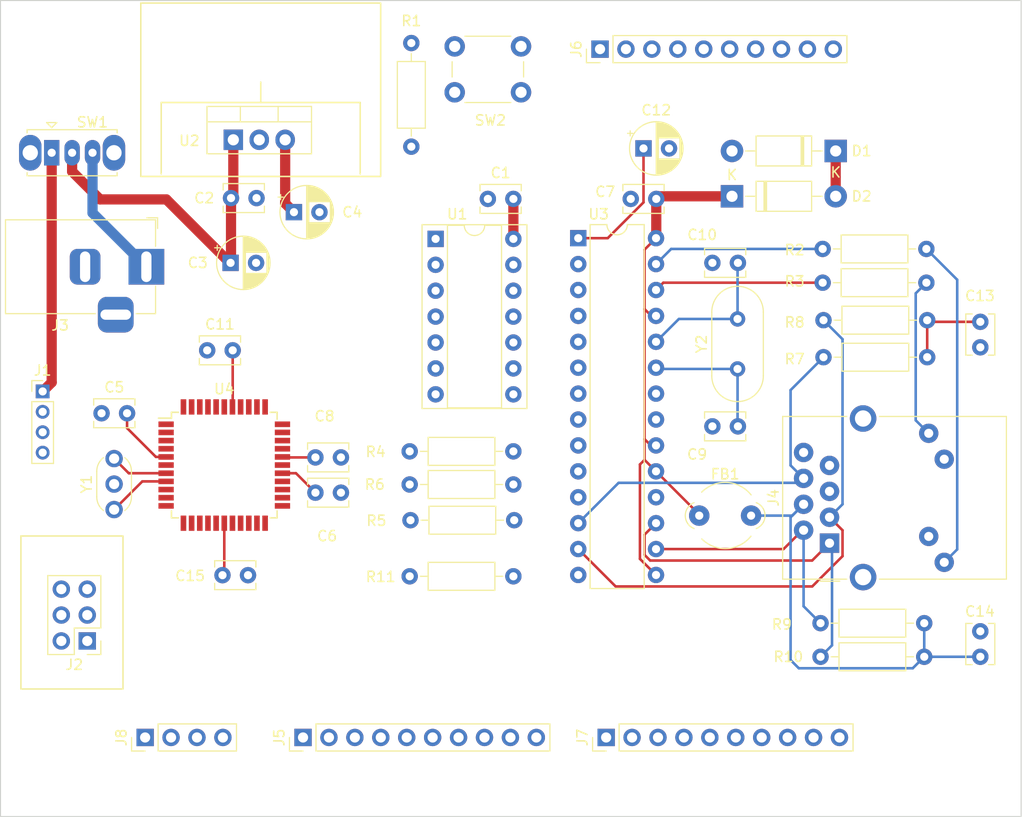
<source format=kicad_pcb>
(kicad_pcb (version 20221018) (generator pcbnew)
  (layers (0 "F.Cu" signal) (1 "In1.Cu" power) (2 "In2.Cu" power) (31 "B.Cu" signal) (34 "B.Paste" user) (35 "F.Paste" user) (36 "B.SilkS" user "B.Silkscreen") (37 "F.SilkS" user "F.Silkscreen") (38 "B.Mask" user) (39 "F.Mask" user) (44 "Edge.Cuts" user))
  (net 0 "")
  (net 1 "+5V")
  (net 2 "GND")
  (net 3 "+3.3V")
  (net 4 "Net-(U3-OSC1)")
  (net 5 "Net-(U3-OSC2)")
  (net 6 "Net-(U3-VCAP)")
  (net 7 "Net-(C13-Pad1)")
  (net 8 "Net-(J4-TCT)")
  (net 9 "Net-(J1-Pin_1)")
  (net 10 "Net-(J2-MISO)")
  (net 11 "Net-(J2-SCK)")
  (net 12 "Net-(J2-MOSI)")
  (net 13 "Net-(J2-~{RST})")
  (net 14 "Net-(SW1-C)")
  (net 15 "Net-(J4-PadL1)")
  (net 16 "Net-(J4-PadL4)")
  (net 17 "Net-(J4-TD+)")
  (net 18 "Net-(J4-TD-)")
  (net 19 "Net-(J4-RD+)")
  (net 21 "Net-(J4-RD-)")
  (net 24 "PA0")
  (net 25 "PA1")
  (net 26 "PA2")
  (net 27 "PA3")
  (net 28 "PA4")
  (net 29 "PA5")
  (net 30 "PA6")
  (net 31 "PA7")
  (net 32 "PC0")
  (net 33 "PC1")
  (net 34 "PC2")
  (net 35 "PC3")
  (net 36 "PC4")
  (net 37 "PC5")
  (net 38 "PC6")
  (net 39 "PC7")
  (net 40 "PB0")
  (net 41 "PB1")
  (net 42 "PB2")
  (net 43 "PB3")
  (net 44 "PD3")
  (net 45 "PD4")
  (net 46 "PD5")
  (net 47 "PD6")
  (net 48 "PD7")
  (net 49 "RX0")
  (net 50 "TX0")
  (net 51 "Net-(U3-LEDA)")
  (net 52 "Net-(U3-LEDB)")
  (net 53 "Net-(U3-SI)")
  (net 54 "Net-(U4-PB4)")
  (net 55 "Net-(U3-~{CS})")
  (net 56 "Net-(U3-SCK)")
  (net 57 "Net-(U3-RBIAS)")
  (net 58 "Net-(U3-SO)")
  (net 59 "Net-(U3-~{INT})")
  (net 60 "Net-(U4-PD2)")
  (net 65 "Net-(U4-XTAL2)")
  (net 66 "Net-(U4-XTAL1)")
  (net 67 "Net-(SW1-B)")
  (net 68 "Net-(D1-K)")
  (footprint "Capacitor_THT:C_Disc_D3.8mm_W2.6mm_P2.50mm" (layer "F.Cu") (at 29.9 60.465)
    (fp_text reference "C5" (at 1.25 -2.55) (layer "F.SilkS"))
    (fp_text value "0.1u")
    (pad "1" thru_hole circle (at 0 0) (size 1.6 1.6) (drill 0.8) (layers "*.Cu" "*.Mask") (net 2 "GND"))
    (pad "2" thru_hole circle (at 2.5 0) (size 1.6 1.6) (drill 0.8) (layers "*.Cu" "*.Mask") (net 1 "+5V"))
  )
  (footprint "Capacitor_THT:CP_Radial_D5.0mm_P2.50mm" (layer "F.Cu") (at 83 34.5)
    (fp_text reference "C12" (at 1.25 -3.75) (layer "F.SilkS"))
    (fp_text value "10u")
    (pad "1" thru_hole rect (at 0 0) (size 1.6 1.6) (drill 0.8) (layers "*.Cu" "*.Mask") (net 6 "Net-(U3-VCAP)"))
    (pad "2" thru_hole circle (at 2.5 0) (size 1.6 1.6) (drill 0.8) (layers "*.Cu" "*.Mask") (net 2 "GND"))
  )
  (footprint "Resistor_THT:R_Axial_DIN0207_L6.3mm_D2.5mm_P10.16mm_Horizontal" (layer "F.Cu") (at 60.09 76.45)
    (fp_text reference "R11" (at -2.84 0.05) (layer "F.SilkS"))
    (fp_text value "2.1K 1%")
    (pad "1" thru_hole circle (at 0 0) (size 1.6 1.6) (drill 0.8) (layers "*.Cu" "*.Mask") (net 2 "GND"))
    (pad "2" thru_hole oval (at 10.16 0) (size 1.6 1.6) (drill 0.8) (layers "*.Cu" "*.Mask") (net 57 "Net-(U3-RBIAS)"))
  )
  (footprint "Capacitor_THT:CP_Radial_D5.0mm_P2.50mm" (layer "F.Cu") (at 42.5401 45.72)
    (fp_text reference "C3" (at -3.215 0) (layer "F.SilkS"))
    (fp_text value "100u")
    (pad "1" thru_hole rect (at 0 0) (size 1.6 1.6) (drill 0.8) (layers "*.Cu" "*.Mask") (net 67 "Net-(SW1-B)"))
    (pad "2" thru_hole circle (at 2.5 0) (size 1.6 1.6) (drill 0.8) (layers "*.Cu" "*.Mask") (net 2 "GND"))
  )
  (footprint "Resistor_THT:R_Axial_DIN0207_L6.3mm_D2.5mm_P10.16mm_Horizontal" (layer "F.Cu") (at 60.17 70.95)
    (fp_text reference "R5" (at -3.34 0.05) (layer "F.SilkS"))
    (fp_text value "220")
    (pad "1" thru_hole circle (at 0 0) (size 1.6 1.6) (drill 0.8) (layers "*.Cu" "*.Mask") (net 54 "Net-(U4-PB4)"))
    (pad "2" thru_hole oval (at 10.16 0) (size 1.6 1.6) (drill 0.8) (layers "*.Cu" "*.Mask") (net 55 "Net-(U3-~{CS})"))
  )
  (footprint "Crystal:Resonator_Murata_CSTLSxxxX-3Pin_W5.5mm_H3.0mm" (layer "F.Cu") (at 31.13 69.91 90)
    (fp_text reference "Y1" (at 2.5 -2.7 90) (layer "F.SilkS"))
    (fp_text value "20MHz")
    (pad "1" thru_hole circle (at 0 0 90) (size 1.7 1.7) (drill 1) (layers "*.Cu" "*.Mask") (net 66 "Net-(U4-XTAL1)"))
    (pad "2" thru_hole circle (at 2.5 0 90) (size 1.7 1.7) (drill 1) (layers "*.Cu" "*.Mask") (net 2 "GND"))
    (pad "3" thru_hole circle (at 5 0 90) (size 1.7 1.7) (drill 1) (layers "*.Cu" "*.Mask") (net 65 "Net-(U4-XTAL2)"))
  )
  (footprint "Package_QFP:TQFP-44_10x10mm_P0.8mm" (layer "F.Cu") (at 41.925 65.545)
    (fp_text reference "U4" (at 0 -7.45) (layer "F.SilkS"))
    (fp_text value "ATmega1284P-A")
    (pad "1" smd rect (at -5.7 -4) (size 1.5 0.55) (layers "F.Cu" "F.Paste" "F.Mask") (net 12 "Net-(J2-MOSI)"))
    (pad "2" smd rect (at -5.7 -3.2) (size 1.5 0.55) (layers "F.Cu" "F.Paste" "F.Mask") (net 10 "Net-(J2-MISO)"))
    (pad "3" smd rect (at -5.7 -2.4) (size 1.5 0.55) (layers "F.Cu" "F.Paste" "F.Mask") (net 11 "Net-(J2-SCK)"))
    (pad "4" smd rect (at -5.7 -1.6) (size 1.5 0.55) (layers "F.Cu" "F.Paste" "F.Mask") (net 13 "Net-(J2-~{RST})"))
    (pad "5" smd rect (at -5.7 -0.8) (size 1.5 0.55) (layers "F.Cu" "F.Paste" "F.Mask") (net 1 "+5V"))
    (pad "6" smd rect (at -5.7 0) (size 1.5 0.55) (layers "F.Cu" "F.Paste" "F.Mask") (net 2 "GND"))
    (pad "7" smd rect (at -5.7 0.8) (size 1.5 0.55) (layers "F.Cu" "F.Paste" "F.Mask") (net 65 "Net-(U4-XTAL2)"))
    (pad "8" smd rect (at -5.7 1.6) (size 1.5 0.55) (layers "F.Cu" "F.Paste" "F.Mask") (net 66 "Net-(U4-XTAL1)"))
    (pad "9" smd rect (at -5.7 2.4) (size 1.5 0.55) (layers "F.Cu" "F.Paste" "F.Mask") (net 49 "RX0"))
    (pad "10" smd rect (at -5.7 3.2) (size 1.5 0.55) (layers "F.Cu" "F.Paste" "F.Mask") (net 50 "TX0"))
    (pad "11" smd rect (at -5.7 4) (size 1.5 0.55) (layers "F.Cu" "F.Paste" "F.Mask") (net 60 "Net-(U4-PD2)"))
    (pad "12" smd rect (at -4 5.7 90) (size 1.5 0.55) (layers "F.Cu" "F.Paste" "F.Mask") (net 44 "PD3"))
    (pad "13" smd rect (at -3.2 5.7 90) (size 1.5 0.55) (layers "F.Cu" "F.Paste" "F.Mask") (net 45 "PD4"))
    (pad "14" smd rect (at -2.4 5.7 90) (size 1.5 0.55) (layers "F.Cu" "F.Paste" "F.Mask") (net 46 "PD5"))
    (pad "15" smd rect (at -1.6 5.7 90) (size 1.5 0.55) (layers "F.Cu" "F.Paste" "F.Mask") (net 47 "PD6"))
    (pad "16" smd rect (at -0.8 5.7 90) (size 1.5 0.55) (layers "F.Cu" "F.Paste" "F.Mask") (net 48 "PD7"))
    (pad "17" smd rect (at 0 5.7 90) (size 1.5 0.55) (layers "F.Cu" "F.Paste" "F.Mask") (net 1 "+5V"))
    (pad "18" smd rect (at 0.8 5.7 90) (size 1.5 0.55) (layers "F.Cu" "F.Paste" "F.Mask") (net 2 "GND"))
    (pad "19" smd rect (at 1.6 5.7 90) (size 1.5 0.55) (layers "F.Cu" "F.Paste" "F.Mask") (net 32 "PC0"))
    (pad "20" smd rect (at 2.4 5.7 90) (size 1.5 0.55) (layers "F.Cu" "F.Paste" "F.Mask") (net 33 "PC1"))
    (pad "21" smd rect (at 3.2 5.7 90) (size 1.5 0.55) (layers "F.Cu" "F.Paste" "F.Mask") (net 34 "PC2"))
    (pad "22" smd rect (at 4 5.7 90) (size 1.5 0.55) (layers "F.Cu" "F.Paste" "F.Mask") (net 35 "PC3"))
    (pad "23" smd rect (at 5.7 4) (size 1.5 0.55) (layers "F.Cu" "F.Paste" "F.Mask") (net 36 "PC4"))
    (pad "24" smd rect (at 5.7 3.2) (size 1.5 0.55) (layers "F.Cu" "F.Paste" "F.Mask") (net 37 "PC5"))
    (pad "25" smd rect (at 5.7 2.4) (size 1.5 0.55) (layers "F.Cu" "F.Paste" "F.Mask") (net 38 "PC6"))
    (pad "26" smd rect (at 5.7 1.6) (size 1.5 0.55) (layers "F.Cu" "F.Paste" "F.Mask") (net 39 "PC7"))
    (pad "27" smd rect (at 5.7 0.8) (size 1.5 0.55) (layers "F.Cu" "F.Paste" "F.Mask") (net 1 "+5V"))
    (pad "28" smd rect (at 5.7 0) (size 1.5 0.55) (layers "F.Cu" "F.Paste" "F.Mask") (net 2 "GND"))
    (pad "29" smd rect (at 5.7 -0.8) (size 1.5 0.55) (layers "F.Cu" "F.Paste" "F.Mask") (net 1 "+5V"))
    (pad "30" smd rect (at 5.7 -1.6) (size 1.5 0.55) (layers "F.Cu" "F.Paste" "F.Mask") (net 31 "PA7"))
    (pad "31" smd rect (at 5.7 -2.4) (size 1.5 0.55) (layers "F.Cu" "F.Paste" "F.Mask") (net 30 "PA6"))
    (pad "32" smd rect (at 5.7 -3.2) (size 1.5 0.55) (layers "F.Cu" "F.Paste" "F.Mask") (net 29 "PA5"))
    (pad "33" smd rect (at 5.7 -4) (size 1.5 0.55) (layers "F.Cu" "F.Paste" "F.Mask") (net 28 "PA4"))
    (pad "34" smd rect (at 4 -5.7 90) (size 1.5 0.55) (layers "F.Cu" "F.Paste" "F.Mask") (net 27 "PA3"))
    (pad "35" smd rect (at 3.2 -5.7 90) (size 1.5 0.55) (layers "F.Cu" "F.Paste" "F.Mask") (net 26 "PA2"))
    (pad "36" smd rect (at 2.4 -5.7 90) (size 1.5 0.55) (layers "F.Cu" "F.Paste" "F.Mask") (net 25 "PA1"))
    (pad "37" smd rect (at 1.6 -5.7 90) (size 1.5 0.55) (layers "F.Cu" "F.Paste" "F.Mask") (net 24 "PA0"))
    (pad "38" smd rect (at 0.8 -5.7 90) (size 1.5 0.55) (layers "F.Cu" "F.Paste" "F.Mask") (net 1 "+5V"))
    (pad "39" smd rect (at 0 -5.7 90) (size 1.5 0.55) (layers "F.Cu" "F.Paste" "F.Mask") (net 2 "GND"))
    (pad "40" smd rect (at -0.8 -5.7 90) (size 1.5 0.55) (layers "F.Cu" "F.Paste" "F.Mask") (net 40 "PB0"))
    (pad "41" smd rect (at -1.6 -5.7 90) (size 1.5 0.55) (layers "F.Cu" "F.Paste" "F.Mask") (net 41 "PB1"))
    (pad "42" smd rect (at -2.4 -5.7 90) (size 1.5 0.55) (layers "F.Cu" "F.Paste" "F.Mask") (net 42 "PB2"))
    (pad "43" smd rect (at -3.2 -5.7 90) (size 1.5 0.55) (layers "F.Cu" "F.Paste" "F.Mask") (net 43 "PB3"))
    (pad "44" smd rect (at -4 -5.7 90) (size 1.5 0.55) (layers "F.Cu" "F.Paste" "F.Mask") (net 54 "Net-(U4-PB4)"))
  )
  (footprint "Capacitor_THT:C_Disc_D3.8mm_W2.6mm_P2.50mm" (layer "F.Cu") (at 50.855 68.25)
    (fp_text reference "C6" (at 1.145 4.25) (layer "F.SilkS"))
    (fp_text value "0.1u")
    (pad "1" thru_hole circle (at 0 0) (size 1.6 1.6) (drill 0.8) (layers "*.Cu" "*.Mask") (net 1 "+5V"))
    (pad "2" thru_hole circle (at 2.5 0) (size 1.6 1.6) (drill 0.8) (layers "*.Cu" "*.Mask") (net 2 "GND"))
  )
  (footprint "Resistor_THT:R_Axial_DIN0207_L6.3mm_D2.5mm_P10.16mm_Horizontal" (layer "F.Cu") (at 100.635 54.97)
    (fp_text reference "R7" (at -2.83 0.18) (layer "F.SilkS"))
    (fp_text value "51")
    (pad "1" thru_hole circle (at 0 0) (size 1.6 1.6) (drill 0.8) (layers "*.Cu" "*.Mask") (net 21 "Net-(J4-RD-)"))
    (pad "2" thru_hole oval (at 10.16 0) (size 1.6 1.6) (drill 0.8) (layers "*.Cu" "*.Mask") (net 7 "Net-(C13-Pad1)"))
  )
  (footprint "Resistor_THT:R_Axial_DIN0207_L6.3mm_D2.5mm_P10.16mm_Horizontal" (layer "F.Cu") (at 100.555 44.355)
    (fp_text reference "R2" (at -2.75 0.105) (layer "F.SilkS"))
    (fp_text value "120")
    (pad "1" thru_hole circle (at 0 0) (size 1.6 1.6) (drill 0.8) (layers "*.Cu" "*.Mask") (net 51 "Net-(U3-LEDA)"))
    (pad "2" thru_hole oval (at 10.16 0) (size 1.6 1.6) (drill 0.8) (layers "*.Cu" "*.Mask") (net 16 "Net-(J4-PadL4)"))
  )
  (footprint "Capacitor_THT:C_Disc_D3.8mm_W2.6mm_P2.50mm" (layer "F.Cu") (at 42.585 39.37)
    (fp_text reference "C2" (at -2.624887 0) (layer "F.SilkS"))
    (fp_text value "0.1u")
    (pad "1" thru_hole circle (at 0 0) (size 1.6 1.6) (drill 0.8) (layers "*.Cu" "*.Mask") (net 67 "Net-(SW1-B)"))
    (pad "2" thru_hole circle (at 2.5 0) (size 1.6 1.6) (drill 0.8) (layers "*.Cu" "*.Mask") (net 2 "GND"))
  )
  (footprint "Resistor_THT:R_Axial_DIN0207_L6.3mm_D2.5mm_P10.16mm_Horizontal" (layer "F.Cu") (at 100.345 84.34)
    (fp_text reference "R10" (at -3.155 0) (layer "F.SilkS"))
    (fp_text value "51")
    (pad "1" thru_hole circle (at 0 0) (size 1.6 1.6) (drill 0.8) (layers "*.Cu" "*.Mask") (net 17 "Net-(J4-TD+)"))
    (pad "2" thru_hole oval (at 10.16 0) (size 1.6 1.6) (drill 0.8) (layers "*.Cu" "*.Mask") (net 8 "Net-(J4-TCT)"))
  )
  (footprint "Connector_PinHeader_2.54mm:PinHeader_1x10_P2.54mm_Vertical" (layer "F.Cu") (at 49.64 92.25 90)
    (fp_text reference "J5" (at 0 -2.33 90) (layer "F.SilkS"))
    (fp_text value "PA0-7")
    (pad "1" thru_hole rect (at 0 0 90) (size 1.7 1.7) (drill 1) (layers "*.Cu" "*.Mask") (net 24 "PA0"))
    (pad "2" thru_hole oval (at 0 2.54 90) (size 1.7 1.7) (drill 1) (layers "*.Cu" "*.Mask") (net 25 "PA1"))
    (pad "3" thru_hole oval (at 0 5.08 90) (size 1.7 1.7) (drill 1) (layers "*.Cu" "*.Mask") (net 26 "PA2"))
    (pad "4" thru_hole oval (at 0 7.62 90) (size 1.7 1.7) (drill 1) (layers "*.Cu" "*.Mask") (net 27 "PA3"))
    (pad "5" thru_hole oval (at 0 10.16 90) (size 1.7 1.7) (drill 1) (layers "*.Cu" "*.Mask") (net 28 "PA4"))
    (pad "6" thru_hole oval (at 0 12.7 90) (size 1.7 1.7) (drill 1) (layers "*.Cu" "*.Mask") (net 29 "PA5"))
    (pad "7" thru_hole oval (at 0 15.24 90) (size 1.7 1.7) (drill 1) (layers "*.Cu" "*.Mask") (net 30 "PA6"))
    (pad "8" thru_hole oval (at 0 17.78 90) (size 1.7 1.7) (drill 1) (layers "*.Cu" "*.Mask") (net 31 "PA7"))
    (pad "9" thru_hole oval (at 0 20.32 90) (size 1.7 1.7) (drill 1) (layers "*.Cu" "*.Mask") (net 2 "GND"))
    (pad "10" thru_hole oval (at 0 22.86 90) (size 1.7 1.7) (drill 1) (layers "*.Cu" "*.Mask") (net 1 "+5V"))
  )
  (footprint "Resistor_THT:R_Axial_DIN0207_L6.3mm_D2.5mm_P10.16mm_Horizontal" (layer "F.Cu") (at 60.09 67.45)
    (fp_text reference "R6" (at -3.42 0) (layer "F.SilkS"))
    (fp_text value "220")
    (pad "1" thru_hole circle (at 0 0) (size 1.6 1.6) (drill 0.8) (layers "*.Cu" "*.Mask") (net 11 "Net-(J2-SCK)"))
    (pad "2" thru_hole oval (at 10.16 0) (size 1.6 1.6) (drill 0.8) (layers "*.Cu" "*.Mask") (net 56 "Net-(U3-SCK)"))
  )
  (footprint "Resistor_THT:R_Axial_DIN0207_L6.3mm_D2.5mm_P10.16mm_Horizontal" (layer "F.Cu") (at 60.25 34.33 90)
    (fp_text reference "R1" (at 12.33 0) (layer "F.SilkS"))
    (fp_text value "10K")
    (pad "1" thru_hole circle (at 0 0 90) (size 1.6 1.6) (drill 0.8) (layers "*.Cu" "*.Mask") (net 1 "+5V"))
    (pad "2" thru_hole oval (at 10.16 0 90) (size 1.6 1.6) (drill 0.8) (layers "*.Cu" "*.Mask") (net 13 "Net-(J2-~{RST})"))
  )
  (footprint "Package_DIP:DIP-28_W7.62mm" (layer "F.Cu") (at 76.606 43.3)
    (fp_text reference "U3" (at 2 -2.35) (layer "F.SilkS"))
    (fp_text value "ENC28J60x-SP")
    (pad "1" thru_hole rect (at 0 0) (size 1.6 1.6) (drill 0.8) (layers "*.Cu" "*.Mask") (net 6 "Net-(U3-VCAP)"))
    (pad "2" thru_hole oval (at 0 2.54) (size 1.6 1.6) (drill 0.8) (layers "*.Cu" "*.Mask") (net 2 "GND"))
    (pad "3" thru_hole oval (at 0 5.08) (size 1.6 1.6) (drill 0.8) (layers "*.Cu" "*.Mask"))
    (pad "4" thru_hole oval (at 0 7.62) (size 1.6 1.6) (drill 0.8) (layers "*.Cu" "*.Mask") (net 59 "Net-(U3-~{INT})"))
    (pad "5" thru_hole oval (at 0 10.16) (size 1.6 1.6) (drill 0.8) (layers "*.Cu" "*.Mask"))
    (pad "6" thru_hole oval (at 0 12.7) (size 1.6 1.6) (drill 0.8) (layers "*.Cu" "*.Mask") (net 58 "Net-(U3-SO)"))
    (pad "7" thru_hole oval (at 0 15.24) (size 1.6 1.6) (drill 0.8) (layers "*.Cu" "*.Mask") (net 53 "Net-(U3-SI)"))
    (pad "8" thru_hole oval (at 0 17.78) (size 1.6 1.6) (drill 0.8) (layers "*.Cu" "*.Mask") (net 56 "Net-(U3-SCK)"))
    (pad "9" thru_hole oval (at 0 20.32) (size 1.6 1.6) (drill 0.8) (layers "*.Cu" "*.Mask") (net 55 "Net-(U3-~{CS})"))
    (pad "10" thru_hole oval (at 0 22.86) (size 1.6 1.6) (drill 0.8) (layers "*.Cu" "*.Mask") (net 13 "Net-(J2-~{RST})"))
    (pad "11" thru_hole oval (at 0 25.4) (size 1.6 1.6) (drill 0.8) (layers "*.Cu" "*.Mask") (net 2 "GND"))
    (pad "12" thru_hole oval (at 0 27.94) (size 1.6 1.6) (drill 0.8) (layers "*.Cu" "*.Mask") (net 21 "Net-(J4-RD-)"))
    (pad "13" thru_hole oval (at 0 30.48) (size 1.6 1.6) (drill 0.8) (layers "*.Cu" "*.Mask") (net 19 "Net-(J4-RD+)"))
    (pad "14" thru_hole oval (at 0 33.02) (size 1.6 1.6) (drill 0.8) (layers "*.Cu" "*.Mask") (net 57 "Net-(U3-RBIAS)"))
    (pad "15" thru_hole oval (at 7.62 33.02) (size 1.6 1.6) (drill 0.8) (layers "*.Cu" "*.Mask") (net 3 "+3.3V"))
    (pad "16" thru_hole oval (at 7.62 30.48) (size 1.6 1.6) (drill 0.8) (layers "*.Cu" "*.Mask") (net 18 "Net-(J4-TD-)"))
    (pad "17" thru_hole oval (at 7.62 27.94) (size 1.6 1.6) (drill 0.8) (layers "*.Cu" "*.Mask") (net 17 "Net-(J4-TD+)"))
    (pad "18" thru_hole oval (at 7.62 25.4) (size 1.6 1.6) (drill 0.8) (layers "*.Cu" "*.Mask") (net 2 "GND"))
    (pad "19" thru_hole oval (at 7.62 22.86) (size 1.6 1.6) (drill 0.8) (layers "*.Cu" "*.Mask") (net 3 "+3.3V"))
    (pad "20" thru_hole oval (at 7.62 20.32) (size 1.6 1.6) (drill 0.8) (layers "*.Cu" "*.Mask") (net 3 "+3.3V"))
    (pad "21" thru_hole oval (at 7.62 17.78) (size 1.6 1.6) (drill 0.8) (layers "*.Cu" "*.Mask") (net 2 "GND"))
    (pad "22" thru_hole oval (at 7.62 15.24) (size 1.6 1.6) (drill 0.8) (layers "*.Cu" "*.Mask") (net 2 "GND"))
    (pad "23" thru_hole oval (at 7.62 12.7) (size 1.6 1.6) (drill 0.8) (layers "*.Cu" "*.Mask") (net 4 "Net-(U3-OSC1)"))
    (pad "24" thru_hole oval (at 7.62 10.16) (size 1.6 1.6) (drill 0.8) (layers "*.Cu" "*.Mask") (net 5 "Net-(U3-OSC2)"))
    (pad "25" thru_hole oval (at 7.62 7.62) (size 1.6 1.6) (drill 0.8) (layers "*.Cu" "*.Mask") (net 3 "+3.3V"))
    (pad "26" thru_hole oval (at 7.62 5.08) (size 1.6 1.6) (drill 0.8) (layers "*.Cu" "*.Mask") (net 52 "Net-(U3-LEDB)"))
    (pad "27" thru_hole oval (at 7.62 2.54) (size 1.6 1.6) (drill 0.8) (layers "*.Cu" "*.Mask") (net 51 "Net-(U3-LEDA)"))
    (pad "28" thru_hole oval (at 7.62 0) (size 1.6 1.6) (drill 0.8) (layers "*.Cu" "*.Mask") (net 3 "+3.3V"))
  )
  (footprint "Capacitor_THT:C_Disc_D3.8mm_W2.6mm_P2.50mm" (layer "F.Cu") (at 81.75 39.45)
    (fp_text reference "C7" (at -2.5 -0.7) (layer "F.SilkS"))
    (fp_text value "0.1u")
    (pad "1" thru_hole circle (at 0 0) (size 1.6 1.6) (drill 0.8) (layers "*.Cu" "*.Mask") (net 2 "GND"))
    (pad "2" thru_hole circle (at 2.5 0) (size 1.6 1.6) (drill 0.8) (layers "*.Cu" "*.Mask") (net 3 "+3.3V"))
  )
  (footprint "Diode_THT:D_DO-41_SOD81_P10.16mm_Horizontal" (layer "F.Cu") (at 101.83 34.75 180)
    (fp_text reference "D1" (at -2.54 0) (layer "F.SilkS"))
    (fp_text value "1N4007")
    (fp_text user "K" (at 0 -2.1) (layer "F.SilkS"))
    (pad "1" thru_hole rect (at 0 0 180) (size 2.2 2.2) (drill 1.1) (layers "*.Cu" "*.Mask") (net 68 "Net-(D1-K)"))
    (pad "2" thru_hole oval (at 10.16 0 180) (size 2.2 2.2) (drill 1.1) (layers "*.Cu" "*.Mask") (net 1 "+5V"))
  )
  (footprint "Capacitor_THT:C_Disc_D3.8mm_W2.6mm_P2.50mm" (layer "F.Cu") (at 89.75 45.72)
    (fp_text reference "C10" (at -1 -2.75) (layer "F.SilkS"))
    (fp_text value "22p")
    (pad "1" thru_hole circle (at 0 0) (size 1.6 1.6) (drill 0.8) (layers "*.Cu" "*.Mask") (net 2 "GND"))
    (pad "2" thru_hole circle (at 2.5 0) (size 1.6 1.6) (drill 0.8) (layers "*.Cu" "*.Mask") (net 5 "Net-(U3-OSC2)"))
  )
  (footprint "Connector_PinHeader_2.54mm:PinHeader_2x03_P2.54mm_Vertical" (layer "F.Cu") (at 28.5 82.79 180)
    (fp_text reference "J2" (at 1.27 -2.33) (layer "F.SilkS"))
    (fp_text value "AVR-ISP-6")
    (pad "1" thru_hole rect (at 0 0 180) (size 1.7 1.7) (drill 1) (layers "*.Cu" "*.Mask") (net 10 "Net-(J2-MISO)"))
    (pad "2" thru_hole oval (at 2.54 0 180) (size 1.7 1.7) (drill 1) (layers "*.Cu" "*.Mask") (net 1 "+5V"))
    (pad "3" thru_hole oval (at 0 2.54 180) (size 1.7 1.7) (drill 1) (layers "*.Cu" "*.Mask") (net 11 "Net-(J2-SCK)"))
    (pad "4" thru_hole oval (at 2.54 2.54 180) (size 1.7 1.7) (drill 1) (layers "*.Cu" "*.Mask") (net 12 "Net-(J2-MOSI)"))
    (pad "5" thru_hole oval (at 0 5.08 180) (size 1.7 1.7) (drill 1) (layers "*.Cu" "*.Mask") (net 13 "Net-(J2-~{RST})"))
    (pad "6" thru_hole oval (at 2.54 5.08 180) (size 1.7 1.7) (drill 1) (layers "*.Cu" "*.Mask") (net 2 "GND"))
  )
  (footprint "Capacitor_THT:C_Disc_D3.8mm_W2.6mm_P2.50mm" (layer "F.Cu") (at 116 84.34 90)
    (fp_text reference "C14" (at 4.445 -0.04) (layer "F.SilkS"))
    (fp_text value "0.1u")
    (pad "1" thru_hole circle (at 0 0 90) (size 1.6 1.6) (drill 0.8) (layers "*.Cu" "*.Mask") (net 8 "Net-(J4-TCT)"))
    (pad "2" thru_hole circle (at 2.5 0 90) (size 1.6 1.6) (drill 0.8) (layers "*.Cu" "*.Mask") (net 2 "GND"))
  )
  (footprint "Connector_BarrelJack:BarrelJack_Horizontal" (layer "F.Cu") (at 34.29 46.1)
    (fp_text reference "J3" (at -8.45 5.75) (layer "F.SilkS"))
    (fp_text value "DC1 9-12V")
    (pad "1" thru_hole rect (at 0 0) (size 3.5 3.5) (drill oval 1 3) (layers "*.Cu" "*.Mask") (net 14 "Net-(SW1-C)"))
    (pad "2" thru_hole roundrect (at -6 0) (size 3 3.5) (drill oval 1 3) (layers "*.Cu" "*.Mask") (net 2 "GND"))
    (pad "3" thru_hole roundrect (at -3 4.7) (size 3.5 3.5) (drill oval 3 1) (layers "*.Cu" "*.Mask"))
  )
  (footprint "Resistor_THT:R_Axial_DIN0207_L6.3mm_D2.5mm_P10.16mm_Horizontal" (layer "F.Cu") (at 60.09 64.2)
    (fp_text reference "R4" (at -3.34 0.05) (layer "F.SilkS"))
    (fp_text value "220")
    (pad "1" thru_hole circle (at 0 0) (size 1.6 1.6) (drill 0.8) (layers "*.Cu" "*.Mask") (net 12 "Net-(J2-MOSI)"))
    (pad "2" thru_hole oval (at 10.16 0) (size 1.6 1.6) (drill 0.8) (layers "*.Cu" "*.Mask") (net 53 "Net-(U3-SI)"))
  )
  (footprint "Capacitor_THT:C_Disc_D3.8mm_W2.6mm_P2.50mm" (layer "F.Cu") (at 89.75 61.75)
    (fp_text reference "C9" (at -1.5 2.75) (layer "F.SilkS"))
    (fp_text value "22p")
    (pad "1" thru_hole circle (at 0 0) (size 1.6 1.6) (drill 0.8) (layers "*.Cu" "*.Mask") (net 2 "GND"))
    (pad "2" thru_hole circle (at 2.5 0) (size 1.6 1.6) (drill 0.8) (layers "*.Cu" "*.Mask") (net 4 "Net-(U3-OSC1)"))
  )
  (footprint "Resistor_THT:R_Axial_DIN0207_L6.3mm_D2.5mm_P10.16mm_Horizontal" (layer "F.Cu") (at 100.635 51.34)
    (fp_text reference "R8" (at -2.83 0.215) (layer "F.SilkS"))
    (fp_text value "51")
    (pad "1" thru_hole circle (at 0 0) (size 1.6 1.6) (drill 0.8) (layers "*.Cu" "*.Mask") (net 19 "Net-(J4-RD+)"))
    (pad "2" thru_hole oval (at 10.16 0) (size 1.6 1.6) (drill 0.8) (layers "*.Cu" "*.Mask") (net 7 "Net-(C13-Pad1)"))
  )
  (footprint "Capacitor_THT:C_Disc_D3.8mm_W2.6mm_P2.50mm" (layer "F.Cu") (at 41.75 76.34)
    (fp_text reference "C15" (at -3.175 0.065) (layer "F.SilkS"))
    (fp_text value "0.1u")
    (pad "1" thru_hole circle (at 0 0) (size 1.6 1.6) (drill 0.8) (layers "*.Cu" "*.Mask") (net 1 "+5V"))
    (pad "2" thru_hole circle (at 2.5 0) (size 1.6 1.6) (drill 0.8) (layers "*.Cu" "*.Mask") (net 2 "GND"))
  )
  (footprint "Connector_PinHeader_2.00mm:PinHeader_1x04_P2.00mm_Vertical" (layer "F.Cu") (at 24.13 58.325)
    (fp_text reference "J1" (at 0 -2.06) (layer "F.SilkS"))
    (fp_text value "DC2 9-12V")
    (pad "1" thru_hole rect (at 0 0) (size 1.35 1.35) (drill 0.8) (layers "*.Cu" "*.Mask") (net 9 "Net-(J1-Pin_1)"))
    (pad "2" thru_hole oval (at 0 2) (size 1.35 1.35) (drill 0.8) (layers "*.Cu" "*.Mask") (net 9 "Net-(J1-Pin_1)"))
    (pad "3" thru_hole oval (at 0 4) (size 1.35 1.35) (drill 0.8) (layers "*.Cu" "*.Mask") (net 2 "GND"))
    (pad "4" thru_hole oval (at 0 6) (size 1.35 1.35) (drill 0.8) (layers "*.Cu" "*.Mask") (net 2 "GND"))
  )
  (footprint "Capacitor_THT:C_Disc_D3.8mm_W2.6mm_P2.50mm" (layer "F.Cu") (at 40.25 54.295)
    (fp_text reference "C11" (at 1.25 -2.55) (layer "F.SilkS"))
    (fp_text value "0.1u")
    (pad "1" thru_hole circle (at 0 0) (size 1.6 1.6) (drill 0.8) (layers "*.Cu" "*.Mask") (net 2 "GND"))
    (pad "2" thru_hole circle (at 2.5 0) (size 1.6 1.6) (drill 0.8) (layers "*.Cu" "*.Mask") (net 1 "+5V"))
  )
  (footprint "Ferrite_THT:LairdTech_28C0236-0JW-10" (layer "F.Cu") (at 88.46 70.5)
    (fp_text reference "FB1" (at 2.54 -4.064) (layer "F.SilkS"))
    (fp_text value "FerriteBead")
    (pad "1" thru_hole circle (at 0 0) (size 2 2) (drill 0.8) (layers "*.Cu" "*.Mask") (net 3 "+3.3V"))
    (pad "2" thru_hole circle (at 5.08 0) (size 2 2) (drill 0.8) (layers "*.Cu" "*.Mask") (net 8 "Net-(J4-TCT)"))
  )
  (footprint "Resistor_THT:R_Axial_DIN0207_L6.3mm_D2.5mm_P10.16mm_Horizontal" (layer "F.Cu") (at 100.555 47.665)
    (fp_text reference "R3" (at -2.75 -0.135) (layer "F.SilkS"))
    (fp_text value "120")
    (pad "1" thru_hole circle (at 0 0) (size 1.6 1.6) (drill 0.8) (layers "*.Cu" "*.Mask") (net 52 "Net-(U3-LEDB)"))
    (pad "2" thru_hole oval (at 10.16 0) (size 1.6 1.6) (drill 0.8) (layers "*.Cu" "*.Mask") (net 15 "Net-(J4-PadL1)"))
  )
  (footprint "Capacitor_THT:CP_Radial_D5.0mm_P2.50mm" (layer "F.Cu") (at 48.75 40.75)
    (fp_text reference "C4" (at 5.715 0) (layer "F.SilkS"))
    (fp_text value "100u")
    (pad "1" thru_hole rect (at 0 0) (size 1.6 1.6) (drill 0.8) (layers "*.Cu" "*.Mask") (net 1 "+5V"))
    (pad "2" thru_hole circle (at 2.5 0) (size 1.6 1.6) (drill 0.8) (layers "*.Cu" "*.Mask") (net 2 "GND"))
  )
  (footprint "Connector_PinHeader_2.54mm:PinHeader_1x04_P2.54mm_Vertical" (layer "F.Cu") (at 34.17 92.25 90)
    (fp_text reference "J8" (at 0 -2.33 90) (layer "F.SilkS"))
    (fp_text value "SIO")
    (pad "1" thru_hole rect (at 0 0 90) (size 1.7 1.7) (drill 1) (layers "*.Cu" "*.Mask") (net 49 "RX0"))
    (pad "2" thru_hole oval (at 0 2.54 90) (size 1.7 1.7) (drill 1) (layers "*.Cu" "*.Mask") (net 50 "TX0"))
    (pad "3" thru_hole oval (at 0 5.08 90) (size 1.7 1.7) (drill 1) (layers "*.Cu" "*.Mask") (net 2 "GND"))
    (pad "4" thru_hole oval (at 0 7.62 90) (size 1.7 1.7) (drill 1) (layers "*.Cu" "*.Mask") (net 1 "+5V"))
  )
  (footprint "Button_Switch_THT:SW_PUSH_6mm_H7.3mm" (layer "F.Cu") (at 64.5 24.5)
    (fp_text reference "SW2" (at 3.5 7.25) (layer "F.SilkS"))
    (fp_text value "RESET")
    (pad "1" thru_hole circle (at 0 0 90) (size 2 2) (drill 1.1) (layers "*.Cu" "*.Mask") (net 2 "GND"))
    (pad "1" thru_hole circle (at 6.5 0 90) (size 2 2) (drill 1.1) (layers "*.Cu" "*.Mask") (net 2 "GND"))
    (pad "2" thru_hole circle (at 0 4.5 90) (size 2 2) (drill 1.1) (layers "*.Cu" "*.Mask") (net 13 "Net-(J2-~{RST})"))
    (pad "2" thru_hole circle (at 6.5 4.5 90) (size 2 2) (drill 1.1) (layers "*.Cu" "*.Mask") (net 13 "Net-(J2-~{RST})"))
  )
  (footprint "Resistor_THT:R_Axial_DIN0207_L6.3mm_D2.5mm_P10.16mm_Horizontal" (layer "F.Cu") (at 100.345 81.045)
    (fp_text reference "R9" (at -3.79 0.12) (layer "F.SilkS"))
    (fp_text value "51")
    (pad "1" thru_hole circle (at 0 0) (size 1.6 1.6) (drill 0.8) (layers "*.Cu" "*.Mask") (net 18 "Net-(J4-TD-)"))
    (pad "2" thru_hole oval (at 10.16 0) (size 1.6 1.6) (drill 0.8) (layers "*.Cu" "*.Mask") (net 8 "Net-(J4-TCT)"))
  )
  (footprint "Capacitor_THT:C_Disc_D3.8mm_W2.6mm_P2.50mm" (layer "F.Cu") (at 67.75 39.45)
    (fp_text reference "C1" (at 1.25 -2.55) (layer "F.SilkS"))
    (fp_text value "0.1u")
    (pad "1" thru_hole circle (at 0 0) (size 1.6 1.6) (drill 0.8) (layers "*.Cu" "*.Mask") (net 2 "GND"))
    (pad "2" thru_hole circle (at 2.5 0) (size 1.6 1.6) (drill 0.8) (layers "*.Cu" "*.Mask") (net 1 "+5V"))
  )
  (footprint "Connector_RJ:RJ45_Amphenol_RJMG1BD3B8K1ANR" (layer "F.Cu") (at 101.225 73.2 90)
    (fp_text reference "J4" (at 4.445 -5.49 90) (layer "F.SilkS"))
    (fp_text value "RJ45_Amphenol_RJMG1BD3B8K1ANR")
    (pad "" np_thru_hole circle (at -1.27 6.34 90) (size 3.25 3.25) (drill 3.25) (layers "*.Cu" "*.Mask"))
    (pad "" np_thru_hole circle (at 10.16 6.34 90) (size 3.25 3.25) (drill 3.25) (layers "*.Cu" "*.Mask"))
    (pad "L1" thru_hole circle (at 10.77 9.72 90) (size 1.89 1.89) (drill 0.89) (layers "*.Cu" "*.Mask") (net 15 "Net-(J4-PadL1)"))
    (pad "L2" thru_hole circle (at 8.23 11.24 90) (size 1.89 1.89) (drill 0.89) (layers "*.Cu" "*.Mask") (net 2 "GND"))
    (pad "L3" thru_hole circle (at 0.66 9.72 90) (size 1.89 1.89) (drill 0.89) (layers "*.Cu" "*.Mask") (net 2 "GND"))
    (pad "L4" thru_hole circle (at -1.88 11.24 90) (size 1.89 1.89) (drill 0.89) (layers "*.Cu" "*.Mask") (net 16 "Net-(J4-PadL4)"))
    (pad "R1" thru_hole rect (at 0 0 90) (size 1.9 1.9) (drill 0.9) (layers "*.Cu" "*.Mask") (net 17 "Net-(J4-TD+)"))
    (pad "R2" thru_hole circle (at 1.27 -2.54 90) (size 1.9 1.9) (drill 0.9) (layers "*.Cu" "*.Mask") (net 18 "Net-(J4-TD-)"))
    (pad "R3" thru_hole circle (at 2.54 0 90) (size 1.9 1.9) (drill 0.9) (layers "*.Cu" "*.Mask") (net 19 "Net-(J4-RD+)"))
    (pad "R4" thru_hole circle (at 3.81 -2.54 90) (size 1.9 1.9) (drill 0.9) (layers "*.Cu" "*.Mask") (net 8 "Net-(J4-TCT)"))
    (pad "R5" thru_hole circle (at 5.08 0 90) (size 1.9 1.9) (drill 0.9) (layers "*.Cu" "*.Mask"))
    (pad "R6" thru_hole circle (at 6.35 -2.54 90) (size 1.9 1.9) (drill 0.9) (layers "*.Cu" "*.Mask") (net 21 "Net-(J4-RD-)"))
    (pad "R7" thru_hole circle (at 7.62 0 90) (size 1.9 1.9) (drill 0.9) (layers "*.Cu" "*.Mask"))
    (pad "R8" thru_hole circle (at 8.89 -2.54 90) (size 1.9 1.9) (drill 0.9) (layers "*.Cu" "*.Mask") (net 2 "GND"))
    (pad "SH" thru_hole circle (at -3.33 3.29 90) (size 2.6 2.6) (drill 1.6) (layers "*.Cu" "*.Mask"))
    (pad "SH" thru_hole circle (at 12.22 3.29 90) (size 2.6 2.6) (drill 1.6) (layers "*.Cu" "*.Mask"))
  )
  (footprint "Crystal:Crystal_HC18-U_Vertical" (layer "F.Cu") (at 92.215 56.12 90)
    (fp_text reference "Y2" (at 2.45 -3.525 90) (layer "F.SilkS"))
    (fp_text value "25MHz")
    (pad "1" thru_hole circle (at 0 0 90) (size 1.5 1.5) (drill 0.8) (layers "*.Cu" "*.Mask") (net 4 "Net-(U3-OSC1)"))
    (pad "2" thru_hole circle (at 4.9 0 90) (size 1.5 1.5) (drill 0.8) (layers "*.Cu" "*.Mask") (net 5 "Net-(U3-OSC2)"))
  )
  (footprint "Package_DIP:DIP-14_W7.62mm_Socket" (layer "F.Cu") (at 62.63 43.37)
    (fp_text reference "U1" (at 2.12 -2.42) (layer "F.SilkS"))
    (fp_text value "74HCT32")
    (pad "1" thru_hole rect (at 0 0) (size 1.6 1.6) (drill 0.8) (layers "*.Cu" "*.Mask") (net 58 "Net-(U3-SO)"))
    (pad "2" thru_hole oval (at 0 2.54) (size 1.6 1.6) (drill 0.8) (layers "*.Cu" "*.Mask") (net 58 "Net-(U3-SO)"))
    (pad "3" thru_hole oval (at 0 5.08) (size 1.6 1.6) (drill 0.8) (layers "*.Cu" "*.Mask") (net 10 "Net-(J2-MISO)"))
    (pad "4" thru_hole oval (at 0 7.62) (size 1.6 1.6) (drill 0.8) (layers "*.Cu" "*.Mask") (net 59 "Net-(U3-~{INT})"))
    (pad "5" thru_hole oval (at 0 10.16) (size 1.6 1.6) (drill 0.8) (layers "*.Cu" "*.Mask") (net 59 "Net-(U3-~{INT})"))
    (pad "6" thru_hole oval (at 0 12.7) (size 1.6 1.6) (drill 0.8) (layers "*.Cu" "*.Mask") (net 60 "Net-(U4-PD2)"))
    (pad "7" thru_hole oval (at 0 15.24) (size 1.6 1.6) (drill 0.8) (layers "*.Cu" "*.Mask") (net 2 "GND"))
    (pad "8" thru_hole oval (at 7.62 15.24) (size 1.6 1.6) (drill 0.8) (layers "*.Cu" "*.Mask"))
    (pad "9" thru_hole oval (at 7.62 12.7) (size 1.6 1.6) (drill 0.8) (layers "*.Cu" "*.Mask") (net 2 "GND"))
    (pad "10" thru_hole oval (at 7.62 10.16) (size 1.6 1.6) (drill 0.8) (layers "*.Cu" "*.Mask") (net 2 "GND"))
    (pad "11" thru_hole oval (at 7.62 7.62) (size 1.6 1.6) (drill 0.8) (layers "*.Cu" "*.Mask"))
    (pad "12" thru_hole oval (at 7.62 5.08) (size 1.6 1.6) (drill 0.8) (layers "*.Cu" "*.Mask") (net 2 "GND"))
    (pad "13" thru_hole oval (at 7.62 2.54) (size 1.6 1.6) (drill 0.8) (layers "*.Cu" "*.Mask") (net 2 "GND"))
    (pad "14" thru_hole oval (at 7.62 0) (size 1.6 1.6) (drill 0.8) (layers "*.Cu" "*.Mask") (net 1 "+5V"))
  )
  (footprint "Capacitor_THT:C_Disc_D3.8mm_W2.6mm_P2.50mm" (layer "F.Cu") (at 116 51.5 -90)
    (fp_text reference "C13" (at -2.54 0.04) (layer "F.SilkS"))
    (fp_text value "0.1u")
    (pad "1" thru_hole circle (at 0 0 270) (size 1.6 1.6) (drill 0.8) (layers "*.Cu" "*.Mask") (net 7 "Net-(C13-Pad1)"))
    (pad "2" thru_hole circle (at 2.5 0 270) (size 1.6 1.6) (drill 0.8) (layers "*.Cu" "*.Mask") (net 2 "GND"))
  )
  (footprint "Diode_THT:D_DO-41_SOD81_P10.16mm_Horizontal" (layer "F.Cu") (at 91.67 39.195)
    (fp_text reference "D2" (at 12.7 0) (layer "F.SilkS"))
    (fp_text value "1N4007")
    (fp_text user "K" (at 0 -2.1) (layer "F.SilkS"))
    (pad "1" thru_hole rect (at 0 0) (size 2.2 2.2) (drill 1.1) (layers "*.Cu" "*.Mask") (net 3 "+3.3V"))
    (pad "2" thru_hole oval (at 10.16 0) (size 2.2 2.2) (drill 1.1) (layers "*.Cu" "*.Mask") (net 68 "Net-(D1-K)"))
  )
  (footprint "Button_Switch_THT:SW_Slide_1P2T_CK_OS102011MS2Q" (layer "F.Cu") (at 25.015 34.925)
    (fp_text reference "SW1" (at 3.99 -2.99) (layer "F.SilkS"))
    (fp_text value "SELECT")
    (pad "" thru_hole oval (at -2.1 0) (size 2.2 3.5) (drill 1.5) (layers "*.Cu" "*.Mask"))
    (pad "" thru_hole oval (at 6.1 0) (size 2.2 3.5) (drill 1.5) (layers "*.Cu" "*.Mask"))
    (pad "1" thru_hole rect (at 0 0) (size 1.5 2.5) (drill 0.8) (layers "*.Cu" "*.Mask") (net 9 "Net-(J1-Pin_1)"))
    (pad "2" thru_hole oval (at 2 0) (size 1.5 2.5) (drill 0.8) (layers "*.Cu" "*.Mask") (net 67 "Net-(SW1-B)"))
    (pad "3" thru_hole oval (at 4 0) (size 1.5 2.5) (drill 0.8) (layers "*.Cu" "*.Mask") (net 14 "Net-(SW1-C)"))
  )
  (footprint "Capacitor_THT:C_Disc_D3.8mm_W2.6mm_P2.50mm" (layer "F.Cu") (at 50.855 64.795)
    (fp_text reference "C8" (at 0.895 -4.045) (layer "F.SilkS"))
    (fp_text value "0.1u")
    (pad "1" thru_hole circle (at 0 0) (size 1.6 1.6) (drill 0.8) (layers "*.Cu" "*.Mask") (net 1 "+5V"))
    (pad "2" thru_hole circle (at 2.5 0) (size 1.6 1.6) (drill 0.8) (layers "*.Cu" "*.Mask") (net 2 "GND"))
  )
  (footprint "Connector_PinHeader_2.54mm:PinHeader_1x10_P2.54mm_Vertical" (layer "F.Cu") (at 79.34 92.25 90)
    (fp_text reference "J7" (at 0 -2.33 90) (layer "F.SilkS"))
    (fp_text value "PB0-3/PD3-7")
    (pad "1" thru_hole rect (at 0 0 90) (size 1.7 1.7) (drill 1) (layers "*.Cu" "*.Mask") (net 40 "PB0"))
    (pad "2" thru_hole oval (at 0 2.54 90) (size 1.7 1.7) (drill 1) (layers "*.Cu" "*.Mask") (net 41 "PB1"))
    (pad "3" thru_hole oval (at 0 5.08 90) (size 1.7 1.7) (drill 1) (layers "*.Cu" "*.Mask") (net 42 "PB2"))
    (pad "4" thru_hole oval (at 0 7.62 90) (size 1.7 1.7) (drill 1) (layers "*.Cu" "*.Mask") (net 43 "PB3"))
    (pad "5" thru_hole oval (at 0 10.16 90) (size 1.7 1.7) (drill 1) (layers "*.Cu" "*.Mask") (net 44 "PD3"))
    (pad "6" thru_hole oval (at 0 12.7 90) (size 1.7 1.7) (drill 1) (layers "*.Cu" "*.Mask") (net 45 "PD4"))
    (pad "7" thru_hole oval (at 0 15.24 90) (size 1.7 1.7) (drill 1) (layers "*.Cu" "*.Mask") (net 46 "PD5"))
    (pad "8" thru_hole oval (at 0 17.78 90) (size 1.7 1.7) (drill 1) (layers "*.Cu" "*.Mask") (net 47 "PD6"))
    (pad "9" thru_hole oval (at 0 20.32 90) (size 1.7 1.7) (drill 1) (layers "*.Cu" "*.Mask") (net 48 "PD7"))
    (pad "10" thru_hole oval (at 0 22.86 90) (size 1.7 1.7) (drill 1) (layers "*.Cu" "*.Mask") (net 2 "GND"))
  )
  (footprint "Package_TO_SOT_THT:TO-220-3_Vertical" (layer "F.Cu") (at 42.81 33.655)
    (fp_text reference "U2" (at -4.31 0.095) (layer "F.SilkS"))
    (fp_text value "LM7805")
    (pad "1" thru_hole rect (at 0 0) (size 1.905 2) (drill 1.1) (layers "*.Cu" "*.Mask") (net 67 "Net-(SW1-B)"))
    (pad "2" thru_hole oval (at 2.54 0) (size 1.905 2) (drill 1.1) (layers "*.Cu" "*.Mask") (net 2 "GND"))
    (pad "3" thru_hole oval (at 5.08 0) (size 1.905 2) (drill 1.1) (layers "*.Cu" "*.Mask") (net 1 "+5V"))
  )
  (footprint "Connector_PinHeader_2.54mm:PinHeader_1x10_P2.54mm_Vertical" (layer "F.Cu") (at 78.74 24.765 90)
    (fp_text reference "J6" (at 0 -2.33 90) (layer "F.SilkS"))
    (fp_text value "PC0-7")
    (pad "1" thru_hole rect (at 0 0 90) (size 1.7 1.7) (drill 1) (layers "*.Cu" "*.Mask") (net 32 "PC0"))
    (pad "2" thru_hole oval (at 0 2.54 90) (size 1.7 1.7) (drill 1) (layers "*.Cu" "*.Mask") (net 33 "PC1"))
    (pad "3" thru_hole oval (at 0 5.08 90) (size 1.7 1.7) (drill 1) (layers "*.Cu" "*.Mask") (net 34 "PC2"))
    (pad "4" thru_hole oval (at 0 7.62 90) (size 1.7 1.7) (drill 1) (layers "*.Cu" "*.Mask") (net 35 "PC3"))
    (pad "5" thru_hole oval (at 0 10.16 90) (size 1.7 1.7) (drill 1) (layers "*.Cu" "*.Mask") (net 36 "PC4"))
    (pad "6" thru_hole oval (at 0 12.7 90) (size 1.7 1.7) (drill 1) (layers "*.Cu" "*.Mask") (net 37 "PC5"))
    (pad "7" thru_hole oval (at 0 15.24 90) (size 1.7 1.7) (drill 1) (layers "*.Cu" "*.Mask") (net 38 "PC6"))
    (pad "8" thru_hole oval (at 0 17.78 90) (size 1.7 1.7) (drill 1) (layers "*.Cu" "*.Mask") (net 39 "PC7"))
    (pad "9" thru_hole oval (at 0 20.32 90) (size 1.7 1.7) (drill 1) (layers "*.Cu" "*.Mask") (net 2 "GND"))
    (pad "10" thru_hole oval (at 0 22.86 90) (size 1.7 1.7) (drill 1) (layers "*.Cu" "*.Mask") (net 1 "+5V"))
  )
  (gr_rect (start 33.745 20.25) (end 57.245 37.25) (stroke (width 0.15)) (fill none) (layer "F.SilkS"))
  (gr_line (start 35.745 30) (end 35.745 37) (stroke (width 0.15)) (layer "F.SilkS"))
  (gr_line (start 35.745 30) (end 55.245 30) (stroke (width 0.15)) (layer "F.SilkS"))
  (gr_rect (start 32 72.5) (end 22 87.5) (stroke (width 0.15)) (fill none) (layer "F.SilkS"))
  (gr_line (start 55.245 30) (end 55.245 37) (stroke (width 0.15)) (layer "F.SilkS"))
  (gr_line (start 45.495 30) (end 45.495 28) (stroke (width 0.15)) (layer "F.SilkS"))
  (gr_rect locked (start 20 20) (end 120 100) (stroke (width 0.1)) (fill none) (layer "Edge.Cuts"))
  (segment locked (start 50.855 68.25) (end 48.95 66.345) (width 0.25) (layer "F.Cu") (net 1))
  (segment locked (start 70.25 39.45) (end 70.25 43.37) (width 1) (layer "F.Cu") (net 1))
  (segment (start 36.225 64.745) (end 35.225 64.745) (width 0.25) (layer "F.Cu") (net 1))
  (segment locked (start 41.925 71.245) (end 41.925 76.165) (width 0.25) (layer "F.Cu") (net 1))
  (segment (start 41.925 76.165) (end 41.75 76.34) (width 0.25) (layer "F.Cu") (net 1))
  (segment locked (start 35.225 64.745) (end 32.4 61.92) (width 0.25) (layer "F.Cu") (net 1))
  (segment locked (start 47.89 39.89) (end 48.75 40.75) (width 1) (layer "F.Cu") (net 1))
  (segment locked (start 47.89 33.655) (end 47.89 39.89) (width 1) (layer "F.Cu") (net 1))
  (segment (start 47.675 64.795) (end 47.625 64.745) (width 0.25) (layer "F.Cu") (net 1))
  (segment locked (start 50.855 64.795) (end 47.675 64.795) (width 0.25) (layer "F.Cu") (net 1))
  (segment locked (start 32.4 61.92) (end 32.4 60.465) (width 0.25) (layer "F.Cu") (net 1))
  (segment locked (start 48.95 66.345) (end 47.625 66.345) (width 0.25) (layer "F.Cu") (net 1))
  (segment locked (start 42.75 54.295) (end 42.75 59.82) (width 0.25) (layer "F.Cu") (net 1))
  (segment (start 42.75 59.82) (end 42.725 59.845) (width 0.25) (layer "F.Cu") (net 1))
  (segment (start 84.226 66.16) (end 88.46 70.394) (width 0.25) (layer "F.Cu") (net 3))
  (segment (start 83.101 63) (end 83.101 65.035) (width 0.25) (layer "F.Cu") (net 3))
  (segment (start 84.226 50.92) (end 83.771 50.92) (width 0.25) (layer "F.Cu") (net 3))
  (segment (start 83.721 63.62) (end 83.101 63) (width 0.25) (layer "F.Cu") (net 3))
  (segment (start 84.226 63.62) (end 83.721 63.62) (width 0.25) (layer "F.Cu") (net 3))
  (segment (start 84.226 76.32) (end 82.651 74.745) (width 0.25) (layer "F.Cu") (net 3))
  (segment (start 82.651 65.485) (end 83.101 65.035) (width 0.25) (layer "F.Cu") (net 3))
  (segment locked (start 84.25 39.45) (end 84.25 43.276) (width 1) (layer "F.Cu") (net 3))
  (segment (start 82.651 74.745) (end 82.651 65.485) (width 0.25) (layer "F.Cu") (net 3))
  (segment (start 84.25 43.276) (end 84.226 43.3) (width 0.25) (layer "F.Cu") (net 3))
  (segment (start 84.505 39.195) (end 84.25 39.45) (width 0.25) (layer "F.Cu") (net 3))
  (segment (start 88.46 70.394) (end 88.46 70.5) (width 0.25) (layer "F.Cu") (net 3))
  (segment (start 83.771 50.92) (end 83.101 50.25) (width 0.25) (layer "F.Cu") (net 3))
  (segment (start 84.226 43.3) (end 83.101 44.425) (width 0.25) (layer "F.Cu") (net 3))
  (segment (start 83.101 44.425) (end 83.101 50.25) (width 0.25) (layer "F.Cu") (net 3))
  (segment (start 83.101 50.25) (end 83.101 63) (width 0.25) (layer "F.Cu") (net 3))
  (segment locked (start 91.67 39.195) (end 84.505 39.195) (width 1) (layer "F.Cu") (net 3))
  (segment (start 83.101 65.035) (end 84.226 66.16) (width 0.25) (layer "F.Cu") (net 3))
  (segment (start 84.346 56.12) (end 84.226 56) (width 0.25) (layer "F.Cu") (net 4))
  (segment (start 92.215 61.715) (end 92.25 61.75) (width 0.25) (layer "F.Cu") (net 4))
  (segment (start 92.215 61.715) (end 92.25 61.75) (width 0.25) (layer "B.Cu") (net 4))
  (segment (start 92.215 56.12) (end 84.346 56.12) (width 0.25) (layer "B.Cu") (net 4))
  (segment (start 84.346 56.12) (end 84.226 56) (width 0.25) (layer "B.Cu") (net 4))
  (segment (start 92.215 56.12) (end 92.215 61.715) (width 0.25) (layer "B.Cu") (net 4))
  (segment (start 92.25 51.185) (end 92.215 51.22) (width 0.25) (layer "F.Cu") (net 5))
  (segment (start 86.466 51.22) (end 84.226 53.46) (width 0.25) (layer "B.Cu") (net 5))
  (segment (start 92.215 51.22) (end 86.466 51.22) (width 0.25) (layer "B.Cu") (net 5))
  (segment (start 92.215 45.755) (end 92.25 45.72) (width 0.25) (layer "B.Cu") (net 5))
  (segment (start 92.215 51.22) (end 92.215 45.755) (width 0.25) (layer "B.Cu") (net 5))
  (segment (start 83 34.5) (end 83 39.790991) (width 0.25) (layer "F.Cu") (net 6))
  (segment (start 79.490991 43.3) (end 76.606 43.3) (width 0.25) (layer "F.Cu") (net 6))
  (segment (start 83 39.790991) (end 79.490991 43.3) (width 0.25) (layer "F.Cu") (net 6))
  (segment (start 110.955 51.5) (end 110.795 51.34) (width 0.25) (layer "F.Cu") (net 7))
  (segment (start 110.795 54.97) (end 110.795 51.34) (width 0.25) (layer "F.Cu") (net 7))
  (segment (start 116 51.5) (end 110.955 51.5) (width 0.25) (layer "F.Cu") (net 7))
  (segment (start 93.54 70.5) (end 97.575 70.5) (width 0.25) (layer "B.Cu") (net 8))
  (segment (start 97.575 70.5) (end 98.685 69.39) (width 0.25) (layer "B.Cu") (net 8))
  (segment (start 110.505 84.34) (end 109.38 85.465) (width 0.25) (layer "B.Cu") (net 8))
  (segment (start 98.215 85.465) (end 97.41 84.66) (width 0.25) (layer "B.Cu") (net 8))
  (segment (start 109.38 85.465) (end 98.215 85.465) (width 0.25) (layer "B.Cu") (net 8))
  (segment (start 110.505 84.34) (end 116 84.34) (width 0.25) (layer "B.Cu") (net 8))
  (segment (start 110.505 81.045) (end 110.505 84.34) (width 0.25) (layer "B.Cu") (net 8))
  (segment (start 97.41 84.66) (end 97.41 70.665) (width 0.25) (layer "B.Cu") (net 8))
  (segment (start 97.41 70.665) (end 98.685 69.39) (width 0.25) (layer "B.Cu") (net 8))
  (segment locked (start 25.015 34.925) (end 25.015 57.44) (width 1) (layer "F.Cu") (net 9))
  (segment locked (start 25.015 57.44) (end 24.13 58.325) (width 1) (layer "F.Cu") (net 9))
  (segment locked (start 29.015 40.825) (end 34.29 46.1) (width 1) (layer "B.Cu") (net 14))
  (segment locked (start 29.015 34.925) (end 29.015 40.825) (width 1) (layer "B.Cu") (net 14))
  (segment (start 109.67 61.155) (end 110.945 62.43) (width 0.25) (layer "B.Cu") (net 15))
  (segment (start 110.715 47.665) (end 109.67 48.71) (width 0.25) (layer "B.Cu") (net 15))
  (segment (start 109.67 48.71) (end 109.67 61.155) (width 0.25) (layer "B.Cu") (net 15))
  (segment (start 110.715 44.355) (end 113.735 47.375) (width 0.25) (layer "B.Cu") (net 16))
  (segment (start 113.735 73.81) (end 112.465 75.08) (width 0.25) (layer "B.Cu") (net 16))
  (segment (start 113.735 47.375) (end 113.735 73.81) (width 0.25) (layer "B.Cu") (net 16))
  (segment (start 83.101 72.365) (end 84.226 71.24) (width 0.25) (layer "F.Cu") (net 17))
  (segment (start 83.101 74.351) (end 83.101 72.365) (width 0.25) (layer "F.Cu") (net 17))
  (segment (start 99.52 74.905) (end 83.655 74.905) (width 0.25) (layer "F.Cu") (net 17))
  (segment (start 101.225 73.2) (end 99.52 74.905) (width 0.25) (layer "F.Cu") (net 17))
  (segment (start 83.655 74.905) (end 83.101 74.351) (width 0.25) (layer "F.Cu") (net 17))
  (segment (start 101.47 73.445) (end 101.47 83.215) (width 0.25) (layer "B.Cu") (net 17))
  (segment (start 101.225 73.2) (end 101.47 73.445) (width 0.25) (layer "B.Cu") (net 17))
  (segment (start 101.47 83.215) (end 100.345 84.34) (width 0.25) (layer "B.Cu") (net 17))
  (segment (start 98.57 71.93) (end 96.72 73.78) (width 0.25) (layer "F.Cu") (net 18))
  (segment (start 98.685 71.93) (end 98.57 71.93) (width 0.25) (layer "F.Cu") (net 18))
  (segment (start 96.72 73.78) (end 84.226 73.78) (width 0.25) (layer "F.Cu") (net 18))
  (segment (start 100.345 81.045) (end 98.685 79.385) (width 0.25) (layer "B.Cu") (net 18))
  (segment (start 98.685 79.385) (end 98.685 71.93) (width 0.25) (layer "B.Cu") (net 18))
  (segment (start 102.5 74.475) (end 99.53 77.445) (width 0.25) (layer "F.Cu") (net 19))
  (segment (start 102.5 71.935) (end 102.5 74.475) (width 0.25) (layer "F.Cu") (net 19))
  (segment (start 80.271 77.445) (end 76.606 73.78) (width 0.25) (layer "F.Cu") (net 19))
  (segment (start 101.225 70.66) (end 102.5 71.935) (width 0.25) (layer "F.Cu") (net 19))
  (segment (start 99.53 77.445) (end 80.271 77.445) (width 0.25) (layer "F.Cu") (net 19))
  (segment (start 100.635 51.34) (end 102.5 53.205) (width 0.25) (layer "B.Cu") (net 19))
  (segment (start 102.5 69.385) (end 101.225 70.66) (width 0.25) (layer "B.Cu") (net 19))
  (segment (start 102.5 53.205) (end 102.5 69.385) (width 0.25) (layer "B.Cu") (net 19))
  (segment (start 97.41 65.575) (end 98.685 66.85) (width 0.25) (layer "B.Cu") (net 21))
  (segment (start 98.25 67.285) (end 80.561 67.285) (width 0.25) (layer "B.Cu") (net 21))
  (segment (start 80.561 67.285) (end 76.606 71.24) (width 0.25) (layer "B.Cu") (net 21))
  (segment (start 98.685 66.85) (end 98.25 67.285) (width 0.25) (layer "B.Cu") (net 21))
  (segment (start 100.635 54.97) (end 97.41 58.195) (width 0.25) (layer "B.Cu") (net 21))
  (segment (start 97.41 58.195) (end 97.41 65.575) (width 0.25) (layer "B.Cu") (net 21))
  (segment (start 85.711 44.355) (end 84.226 45.84) (width 0.25) (layer "B.Cu") (net 51))
  (segment (start 100.555 44.355) (end 85.711 44.355) (width 0.25) (layer "B.Cu") (net 51))
  (segment (start 100.555 47.665) (end 84.941 47.665) (width 0.25) (layer "F.Cu") (net 52))
  (segment (start 84.941 47.665) (end 84.226 48.38) (width 0.25) (layer "F.Cu") (net 52))
  (segment (start 75.91 58.54) (end 76.606 58.54) (width 0.25) (layer "F.Cu") (net 53))
  (segment (start 76.606 61.094) (end 76.606 61.08) (width 0.25) (layer "F.Cu") (net 56))
  (segment (start 70.38 76.32) (end 70.25 76.45) (width 0.25) (layer "F.Cu") (net 57))
  (segment locked (start 32.565 66.345) (end 36.225 66.345) (width 0.25) (layer "F.Cu") (net 65))
  (segment locked (start 31.13 64.91) (end 32.565 66.345) (width 0.25) (layer "F.Cu") (net 65))
  (segment locked (start 31.13 69.91) (end 33.895 67.145) (width 0.25) (layer "F.Cu") (net 66))
  (segment locked (start 33.895 67.145) (end 36.225 67.145) (width 0.25) (layer "F.Cu") (net 66))
  (segment locked (start 42.47 45.72) (end 36.25 39.5) (width 1) (layer "F.Cu") (net 67))
  (segment (start 42.585 45.6751) (end 42.5401 45.72) (width 0.25) (layer "F.Cu") (net 67))
  (segment (start 42.5401 45.72) (end 42.47 45.72) (width 1) (layer "F.Cu") (net 67))
  (segment locked (start 27.015 36.765) (end 27.015 35.425) (width 1) (layer "F.Cu") (net 67))
  (segment locked (start 29.75 39.5) (end 27.015 36.765) (width 1) (layer "F.Cu") (net 67))
  (segment (start 42.81 39.145) (end 42.585 39.37) (width 0.25) (layer "F.Cu") (net 67))
  (segment locked (start 36.25 39.5) (end 29.75 39.5) (width 1) (layer "F.Cu") (net 67))
  (segment locked (start 42.81 33.655) (end 42.81 39.145) (width 1) (layer "F.Cu") (net 67))
  (segment locked (start 42.585 39.37) (end 42.585 45.6751) (width 1) (layer "F.Cu") (net 67))
  (segment (start 27.015 35.425) (end 27.015 34.925) (width 0.25) (layer "F.Cu") (net 67))
  (segment locked (start 101.83 34.75) (end 101.83 39.195) (width 1) (layer "F.Cu") (net 68))
)
</source>
